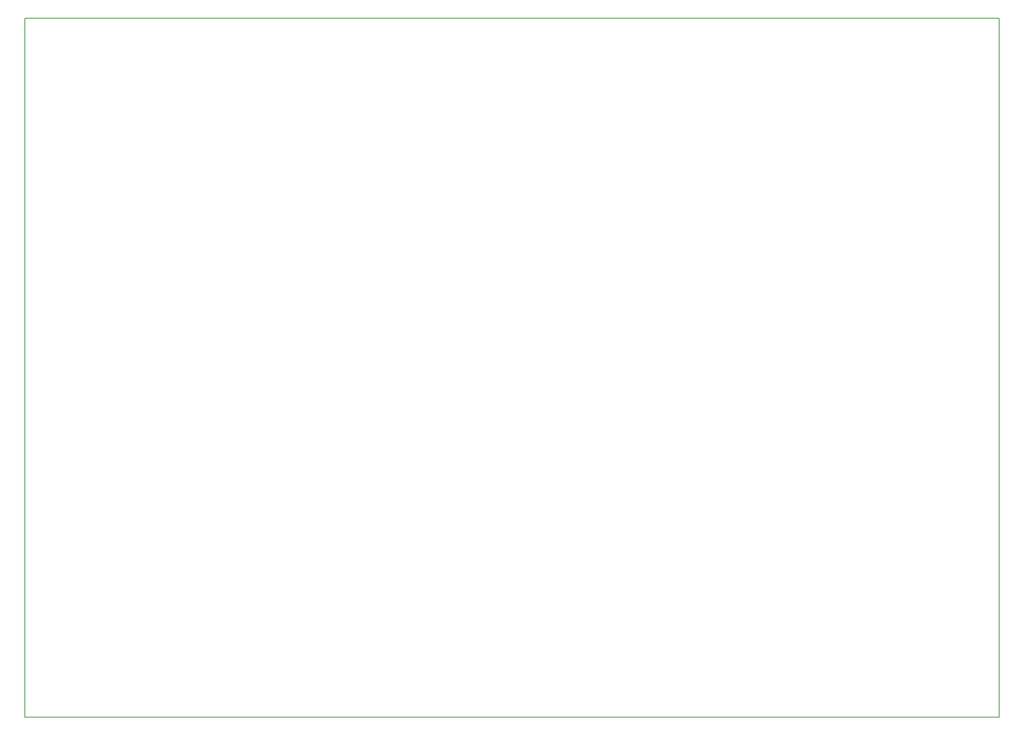
<source format=gbr>
%TF.GenerationSoftware,KiCad,Pcbnew,6.0.2+dfsg-1*%
%TF.CreationDate,2022-11-18T11:13:07-08:00*%
%TF.ProjectId,slot_track,736c6f74-5f74-4726-9163-6b2e6b696361,rev?*%
%TF.SameCoordinates,Original*%
%TF.FileFunction,Profile,NP*%
%FSLAX46Y46*%
G04 Gerber Fmt 4.6, Leading zero omitted, Abs format (unit mm)*
G04 Created by KiCad (PCBNEW 6.0.2+dfsg-1) date 2022-11-18 11:13:07*
%MOMM*%
%LPD*%
G01*
G04 APERTURE LIST*
%TA.AperFunction,Profile*%
%ADD10C,0.200000*%
%TD*%
G04 APERTURE END LIST*
D10*
X305000000Y-209500000D02*
X92500000Y-209500000D01*
X92500000Y-209500000D02*
X92500000Y-57000000D01*
X92500000Y-57000000D02*
X305000000Y-57000000D01*
X305000000Y-57000000D02*
X305000000Y-209500000D01*
M02*

</source>
